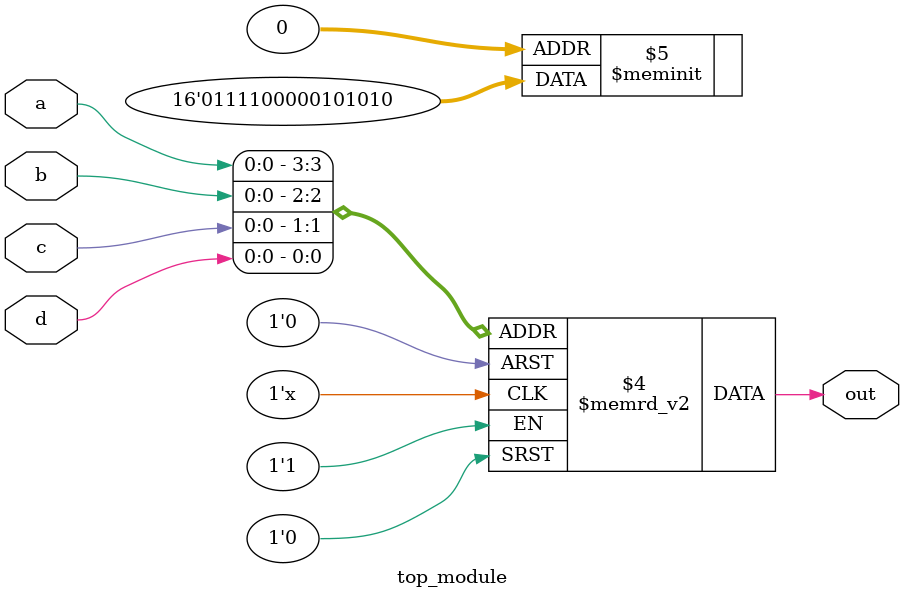
<source format=sv>
module top_module (
    input a, 
    input b,
    input c,
    input d,
    output reg out
);

    always @(*) begin
        case({a,b,c,d})
            4'b0000: out = 1'b0;
            4'b0001: out = 1'b1;
            4'b0010: out = 1'b0;
            4'b0011: out = 1'b1;
            4'b0100: out = 1'b0;
            4'b0101: out = 1'b1;
            4'b0110: out = 1'b0;
            4'b0111: out = 1'b0;
            4'b1000: out = 1'b0; 
            4'b1001: out = 1'b0;
            4'b1010: out = 1'b0;
            4'b1011: out = 1'b1;
            4'b1100: out = 1'b1;
            4'b1101: out = 1'b1;
            4'b1110: out = 1'b1;
            4'b1111: out = 1'b0;
        endcase
    end

endmodule

</source>
